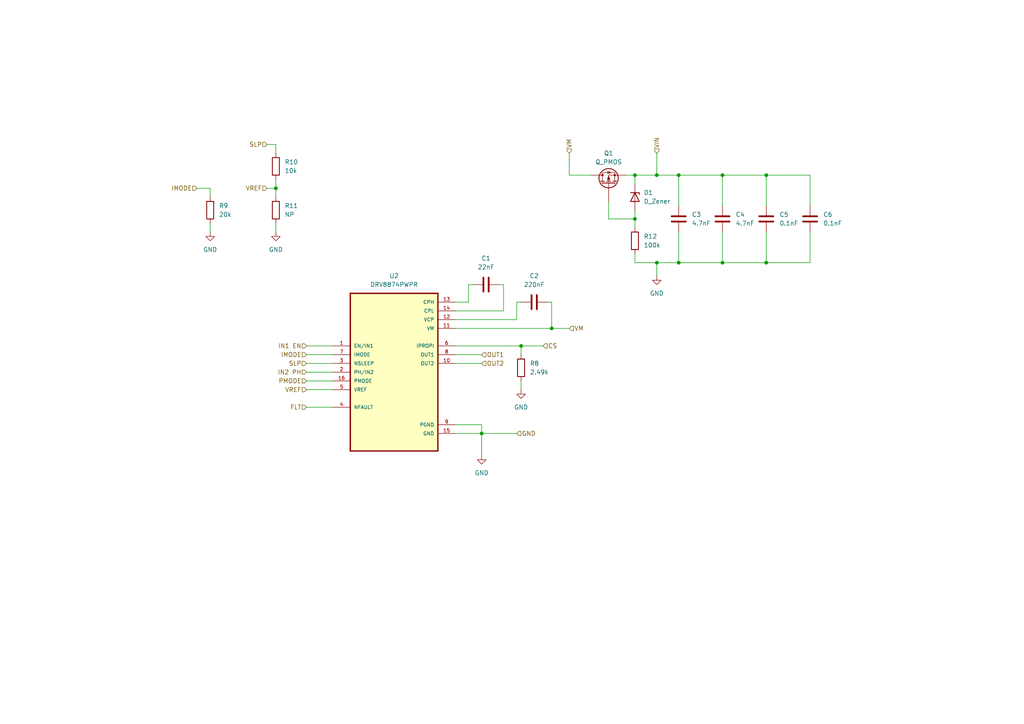
<source format=kicad_sch>
(kicad_sch (version 20250114) (generator "eeschema") (generator_version "9.0")
  (paper "A4")
  (lib_symbols
    (symbol "DRV8874PWPR:DRV8874PWPR" (pin_names (offset 1.016))
      (property "Reference" "U" (at -12.7 23.86 0))
      (property "Value" "DRV8874PWPR" (at -12.7 -26.86 0))
      (symbol "DRV8874PWPR_0_0"
        (rectangle (start -12.7 -22.86) (end 12.7 22.86) (stroke (width 0.41)) (fill (type background)))
        (pin input line (at -17.78 7.62 0) (length 5.08) (name "EN/IN1") (number "1"))
        (pin input line (at -17.78 5.08 0) (length 5.08) (name "IMODE") (number "7"))
        (pin input line (at -17.78 2.54 0) (length 5.08) (name "NSLEEP") (number "3"))
        (pin input line (at -17.78 0 0) (length 5.08) (name "PH/IN2") (number "2"))
        (pin input line (at -17.78 -2.54 0) (length 5.08) (name "PMODE") (number "16"))
        (pin input line (at -17.78 -5.08 0) (length 5.08) (name "VREF") (number "5"))
        (pin bidirectional line (at -17.78 -10.16 0) (length 5.08) (name "NFAULT") (number "4"))
        (pin power_in line (at 17.78 20.32 180) (length 5.08) (name "CPH") (number "13"))
        (pin power_in line (at 17.78 17.78 180) (length 5.08) (name "CPL") (number "14"))
        (pin power_in line (at 17.78 15.24 180) (length 5.08) (name "VCP") (number "12"))
        (pin power_in line (at 17.78 12.7 180) (length 5.08) (name "VM") (number "11"))
        (pin output line (at 17.78 7.62 180) (length 5.08) (name "IPROPI") (number "6"))
        (pin output line (at 17.78 5.08 180) (length 5.08) (name "OUT1") (number "8"))
        (pin output line (at 17.78 2.54 180) (length 5.08) (name "OUT2") (number "10"))
        (pin power_in line (at 17.78 -15.24 180) (length 5.08) (name "PGND") (number "9"))
        (pin power_in line (at 17.78 -17.78 180) (length 5.08) (name "GND") (number "15"))
      )
    )
    (symbol "Device:C" (pin_numbers (hide yes)) (pin_names (offset 0.254))
      (property "Reference" "C" (at 0.635 2.54 0))
      (property "Value" "C" (at 0.635 -2.54 0))
      (symbol "C_0_1"
        (polyline (pts (xy -2.032 0.762) (xy 2.032 0.762)) (stroke (width 0.508)))
        (polyline (pts (xy -2.032 -0.762) (xy 2.032 -0.762)) (stroke (width 0.508)))
      )
      (symbol "C_1_1"
        (pin passive line (at 0 3.81 270) (length 2.794) (name "~") (number "1"))
        (pin passive line (at 0 -3.81 90) (length 2.794) (name "~") (number "2"))
      )
    )
    (symbol "Device:D_Zener" (pin_numbers (hide yes)) (pin_names (offset 1.016) (hide yes))
      (property "Reference" "D" (at 0 2.54 0))
      (property "Value" "D_Zener" (at 0 -2.54 0))
      (symbol "D_Zener_0_1"
        (polyline (pts (xy -1.27 -1.27) (xy -1.27 1.27) (xy -0.762 1.27)) (stroke (width 0.254)))
        (polyline (pts (xy 1.27 0) (xy -1.27 0)))
        (polyline (pts (xy 1.27 -1.27) (xy 1.27 1.27) (xy -1.27 0) (xy 1.27 -1.27)) (stroke (width 0.254)))
      )
      (symbol "D_Zener_1_1"
        (pin passive line (at -3.81 0 0) (length 2.54) (name "K") (number "1"))
        (pin passive line (at 3.81 0 180) (length 2.54) (name "A") (number "2"))
      )
    )
    (symbol "Device:Q_PMOS" (pin_numbers (hide yes)) (pin_names (offset 0) (hide yes))
      (property "Reference" "Q" (at 5.08 1.27 0))
      (property "Value" "Q_PMOS" (at 5.08 -1.27 0))
      (symbol "Q_PMOS_0_1"
        (polyline (pts (xy 0.254 1.905) (xy 0.254 -1.905)) (stroke (width 0.254)))
        (polyline (pts (xy 0.254 0) (xy -2.54 0)))
        (polyline (pts (xy 0.762 2.286) (xy 0.762 1.27)) (stroke (width 0.254)))
        (polyline (pts (xy 0.762 1.778) (xy 3.302 1.778) (xy 3.302 -1.778) (xy 0.762 -1.778)))
        (polyline (pts (xy 0.762 0.508) (xy 0.762 -0.508)) (stroke (width 0.254)))
        (polyline (pts (xy 0.762 -1.27) (xy 0.762 -2.286)) (stroke (width 0.254)))
        (circle (center 1.651 0) (radius 2.794) (stroke (width 0.254)))
        (polyline (pts (xy 2.286 0) (xy 1.27 0.381) (xy 1.27 -0.381) (xy 2.286 0)) (fill (type outline)))
        (polyline (pts (xy 2.54 2.54) (xy 2.54 1.778)))
        (circle (center 2.54 1.778) (radius 0.254) (fill (type outline)))
        (circle (center 2.54 -1.778) (radius 0.254) (fill (type outline)))
        (polyline (pts (xy 2.54 -2.54) (xy 2.54 0) (xy 0.762 0)))
        (polyline (pts (xy 2.921 -0.381) (xy 3.683 -0.381)))
        (polyline (pts (xy 3.302 -0.381) (xy 2.921 0.254) (xy 3.683 0.254) (xy 3.302 -0.381)))
      )
      (symbol "Q_PMOS_1_1"
        (pin input line (at -5.08 0 0) (length 2.54) (name "G") (number "G"))
        (pin passive line (at 2.54 5.08 270) (length 2.54) (name "D") (number "D"))
        (pin passive line (at 2.54 -5.08 90) (length 2.54) (name "S") (number "S"))
      )
    )
    (symbol "Device:R" (pin_numbers (hide yes)) (pin_names (offset 0))
      (property "Reference" "R" (at 2.032 0 90))
      (property "Value" "R" (at 0 0 90))
      (symbol "R_0_1"
        (rectangle (start -1.016 -2.54) (end 1.016 2.54) (stroke (width 0.254)))
      )
      (symbol "R_1_1"
        (pin passive line (at 0 3.81 270) (length 1.27) (name "~") (number "1"))
        (pin passive line (at 0 -3.81 90) (length 1.27) (name "~") (number "2"))
      )
    )
    (symbol "power:GND" (power) (pin_numbers (hide yes)) (pin_names (offset 0) (hide yes))
      (property "Value" "GND" (at 0 -3.81 0))
      (symbol "GND_0_1"
        (polyline (pts (xy 0 0) (xy 0 -1.27) (xy 1.27 -1.27) (xy 0 -2.54) (xy -1.27 -1.27) (xy 0 -1.27)))
      )
      (symbol "GND_1_1"
        (pin power_in line (at 0 0 270) (length 0) (name "~") (number "1"))
      )
    )
  )
  (junction (at 222.25 50.8))
  (junction (at 139.7 125.73))
  (junction (at 184.15 50.8))
  (junction (at 209.55 76.2))
  (junction (at 190.5 50.8))
  (junction (at 160.02 95.25))
  (junction (at 222.25 76.2))
  (junction (at 209.55 50.8))
  (junction (at 196.85 50.8))
  (junction (at 80.01 54.61))
  (junction (at 151.13 100.33))
  (junction (at 190.5 76.2))
  (junction (at 184.15 63.5))
  (junction (at 196.85 76.2))
  (wire (pts (xy 149.86 92.71) (xy 132.08 92.71)))
  (wire (pts (xy 80.01 54.61) (xy 80.01 57.15)))
  (wire (pts (xy 88.9 113.03) (xy 96.52 113.03)))
  (wire (pts (xy 132.08 95.25) (xy 160.02 95.25)))
  (wire (pts (xy 160.02 87.63) (xy 160.02 95.25)))
  (wire (pts (xy 88.9 110.49) (xy 96.52 110.49)))
  (wire (pts (xy 196.85 50.8) (xy 209.55 50.8)))
  (wire (pts (xy 88.9 107.95) (xy 96.52 107.95)))
  (wire (pts (xy 184.15 60.96) (xy 184.15 63.5)))
  (wire (pts (xy 80.01 52.07) (xy 80.01 54.61)))
  (wire (pts (xy 88.9 118.11) (xy 96.52 118.11)))
  (wire (pts (xy 60.96 64.77) (xy 60.96 67.31)))
  (wire (pts (xy 80.01 41.91) (xy 80.01 44.45)))
  (wire (pts (xy 209.55 50.8) (xy 222.25 50.8)))
  (wire (pts (xy 132.08 90.17) (xy 146.05 90.17)))
  (wire (pts (xy 135.89 82.55) (xy 135.89 87.63)))
  (wire (pts (xy 184.15 76.2) (xy 184.15 73.66)))
  (wire (pts (xy 132.08 100.33) (xy 151.13 100.33)))
  (wire (pts (xy 165.1 50.8) (xy 171.45 50.8)))
  (wire (pts (xy 196.85 76.2) (xy 209.55 76.2)))
  (wire (pts (xy 196.85 76.2) (xy 190.5 76.2)))
  (wire (pts (xy 209.55 50.8) (xy 209.55 59.69)))
  (wire (pts (xy 176.53 58.42) (xy 176.53 63.5)))
  (wire (pts (xy 222.25 50.8) (xy 234.95 50.8)))
  (wire (pts (xy 190.5 44.45) (xy 190.5 50.8)))
  (wire (pts (xy 196.85 50.8) (xy 196.85 59.69)))
  (wire (pts (xy 57.15 54.61) (xy 60.96 54.61)))
  (wire (pts (xy 135.89 87.63) (xy 132.08 87.63)))
  (wire (pts (xy 190.5 76.2) (xy 190.5 80.01)))
  (wire (pts (xy 77.47 54.61) (xy 80.01 54.61)))
  (wire (pts (xy 222.25 50.8) (xy 222.25 59.69)))
  (wire (pts (xy 139.7 125.73) (xy 149.86 125.73)))
  (wire (pts (xy 88.9 105.41) (xy 96.52 105.41)))
  (wire (pts (xy 132.08 123.19) (xy 139.7 123.19)))
  (wire (pts (xy 234.95 67.31) (xy 234.95 76.2)))
  (wire (pts (xy 146.05 90.17) (xy 146.05 82.55)))
  (wire (pts (xy 151.13 110.49) (xy 151.13 113.03)))
  (wire (pts (xy 196.85 67.31) (xy 196.85 76.2)))
  (wire (pts (xy 132.08 105.41) (xy 139.7 105.41)))
  (wire (pts (xy 234.95 59.69) (xy 234.95 50.8)))
  (wire (pts (xy 158.75 87.63) (xy 160.02 87.63)))
  (wire (pts (xy 151.13 100.33) (xy 151.13 102.87)))
  (wire (pts (xy 190.5 50.8) (xy 184.15 50.8)))
  (wire (pts (xy 176.53 63.5) (xy 184.15 63.5)))
  (wire (pts (xy 139.7 125.73) (xy 139.7 132.08)))
  (wire (pts (xy 77.47 41.91) (xy 80.01 41.91)))
  (wire (pts (xy 146.05 82.55) (xy 144.78 82.55)))
  (wire (pts (xy 80.01 64.77) (xy 80.01 67.31)))
  (wire (pts (xy 209.55 76.2) (xy 222.25 76.2)))
  (wire (pts (xy 132.08 125.73) (xy 139.7 125.73)))
  (wire (pts (xy 184.15 50.8) (xy 184.15 53.34)))
  (wire (pts (xy 149.86 87.63) (xy 149.86 92.71)))
  (wire (pts (xy 190.5 76.2) (xy 184.15 76.2)))
  (wire (pts (xy 135.89 82.55) (xy 137.16 82.55)))
  (wire (pts (xy 149.86 87.63) (xy 151.13 87.63)))
  (wire (pts (xy 184.15 63.5) (xy 184.15 66.04)))
  (wire (pts (xy 222.25 67.31) (xy 222.25 76.2)))
  (wire (pts (xy 184.15 50.8) (xy 181.61 50.8)))
  (wire (pts (xy 151.13 100.33) (xy 157.48 100.33)))
  (wire (pts (xy 190.5 50.8) (xy 196.85 50.8)))
  (wire (pts (xy 209.55 67.31) (xy 209.55 76.2)))
  (wire (pts (xy 165.1 44.45) (xy 165.1 50.8)))
  (wire (pts (xy 222.25 76.2) (xy 234.95 76.2)))
  (wire (pts (xy 160.02 95.25) (xy 165.1 95.25)))
  (wire (pts (xy 60.96 54.61) (xy 60.96 57.15)))
  (wire (pts (xy 88.9 100.33) (xy 96.52 100.33)))
  (wire (pts (xy 88.9 102.87) (xy 96.52 102.87)))
  (wire (pts (xy 139.7 123.19) (xy 139.7 125.73)))
  (wire (pts (xy 132.08 102.87) (xy 139.7 102.87)))
  (hierarchical_label "OUT1" (shape input) (at 139.7 102.87 0))
  (hierarchical_label "IN1 EN" (shape input) (at 88.9 100.33 180))
  (hierarchical_label "OUT2" (shape input) (at 139.7 105.41 0))
  (hierarchical_label "VREF" (shape input) (at 77.47 54.61 180))
  (hierarchical_label "CS" (shape input) (at 157.48 100.33 0))
  (hierarchical_label "VREF" (shape input) (at 88.9 113.03 180))
  (hierarchical_label "FLT" (shape input) (at 88.9 118.11 180))
  (hierarchical_label "GND" (shape input) (at 149.86 125.73 0))
  (hierarchical_label "VIN" (shape input) (at 190.5 44.45 90))
  (hierarchical_label "PMODE" (shape input) (at 88.9 110.49 180))
  (hierarchical_label "SLP" (shape input) (at 88.9 105.41 180))
  (hierarchical_label "IN2 PH" (shape input) (at 88.9 107.95 180))
  (hierarchical_label "IMODE" (shape input) (at 57.15 54.61 180))
  (hierarchical_label "SLP" (shape input) (at 77.47 41.91 180))
  (hierarchical_label "VM" (shape input) (at 165.1 95.25 0))
  (hierarchical_label "IMODE" (shape input) (at 88.9 102.87 180))
  (hierarchical_label "VM" (shape input) (at 165.1 44.45 90))
  (symbol (lib_id "Device:C") (at 154.94 87.63 90) (unit 1)
    (property "Reference" "C2" (at 154.94 80.01 90))
    (property "Value" "220nF" (at 154.94 82.55 90))
    (property "Description" "Unpolarized capacitor" (effects (hide yes)))
  )
  (symbol (lib_id "power:GND") (at 60.96 67.31 0) (unit 1)
    (property "Reference" "#PWR04" (effects (hide yes)))
    (property "Value" "GND" (at 60.96 72.39 0))
    (property "Description" "Power symbol creates a global label with name \"GND\" , ground" (effects (hide yes)))
  )
  (symbol (lib_id "Device:C") (at 196.85 63.5 180) (unit 1)
    (property "Reference" "C3" (at 200.66 62.2299 0) (effects (justify right)))
    (property "Value" "4.7nF" (at 200.66 64.7699 0) (effects (justify right)))
    (property "Description" "Unpolarized capacitor" (effects (hide yes)))
  )
  (symbol (lib_id "Device:C") (at 234.95 63.5 180) (unit 1)
    (property "Reference" "C6" (at 238.76 62.2299 0) (effects (justify right)))
    (property "Value" "0.1nF" (at 238.76 64.7699 0) (effects (justify right)))
    (property "Description" "Unpolarized capacitor" (effects (hide yes)))
  )
  (symbol (lib_id "Device:D_Zener") (at 184.15 57.15 270) (unit 1)
    (property "Reference" "D1" (at 186.69 55.8799 90) (effects (justify left)))
    (property "Value" "D_Zener" (at 186.69 58.4199 90) (effects (justify left)))
    (property "Description" "Zener diode" (effects (hide yes)))
  )
  (symbol (lib_id "Device:C") (at 140.97 82.55 90) (unit 1)
    (property "Reference" "C1" (at 140.97 74.93 90))
    (property "Value" "22nF" (at 140.97 77.47 90))
    (property "Description" "Unpolarized capacitor" (effects (hide yes)))
  )
  (symbol (lib_id "power:GND") (at 151.13 113.03 0) (unit 1)
    (property "Reference" "#PWR03" (effects (hide yes)))
    (property "Value" "GND" (at 151.13 118.11 0))
    (property "Description" "Power symbol creates a global label with name \"GND\" , ground" (effects (hide yes)))
  )
  (symbol (lib_id "power:GND") (at 80.01 67.31 0) (unit 1)
    (property "Reference" "#PWR05" (effects (hide yes)))
    (property "Value" "GND" (at 80.01 72.39 0))
    (property "Description" "Power symbol creates a global label with name \"GND\" , ground" (effects (hide yes)))
  )
  (symbol (lib_id "Device:R") (at 184.15 69.85 0) (unit 1)
    (property "Reference" "R12" (at 186.69 68.5799 0) (effects (justify left)))
    (property "Value" "100k" (at 186.69 71.1199 0) (effects (justify left)))
    (property "Description" "Resistor" (effects (hide yes)))
  )
  (symbol (lib_id "power:GND") (at 190.5 80.01 0) (unit 1)
    (property "Reference" "#PWR06" (effects (hide yes)))
    (property "Value" "GND" (at 190.5 85.09 0))
    (property "Description" "Power symbol creates a global label with name \"GND\" , ground" (effects (hide yes)))
  )
  (symbol (lib_id "Device:R") (at 60.96 60.96 0) (unit 1)
    (property "Reference" "R9" (at 63.5 59.6899 0) (effects (justify left)))
    (property "Value" "20k" (at 63.5 62.2299 0) (effects (justify left)))
    (property "Description" "Resistor" (effects (hide yes)))
  )
  (symbol (lib_id "Device:R") (at 80.01 48.26 0) (unit 1)
    (property "Reference" "R10" (at 82.55 46.9899 0) (effects (justify left)))
    (property "Value" "10k" (at 82.55 49.5299 0) (effects (justify left)))
    (property "Description" "Resistor" (effects (hide yes)))
  )
  (symbol (lib_id "Device:C") (at 222.25 63.5 180) (unit 1)
    (property "Reference" "C5" (at 226.06 62.2299 0) (effects (justify right)))
    (property "Value" "0.1nF" (at 226.06 64.7699 0) (effects (justify right)))
    (property "Description" "Unpolarized capacitor" (effects (hide yes)))
  )
  (symbol (lib_id "Device:Q_PMOS") (at 176.53 53.34 90) (unit 1)
    (property "Reference" "Q1" (at 176.53 44.45 90))
    (property "Value" "Q_PMOS" (at 176.53 46.99 90))
    (property "Description" "P-MOSFET transistor" (effects (hide yes)))
  )
  (symbol (lib_id "DRV8874PWPR:DRV8874PWPR") (at 114.3 107.95 0) (unit 1)
    (property "Reference" "U2" (at 114.3 80.01 0))
    (property "Value" "DRV8874PWPR" (at 114.3 82.55 0))
    (property "Footprint" "Library:DRV8874PWPR" (effects (hide yes)))
    (property "MF" "Texas Instruments" (effects (hide yes)))
    (property "Description_1" "40-V, 6-A H-bridge motor driver with integrated current sensing feedback" (effects (hide yes)))
    (property "Package" "HTSSOP-16 Texas Instruments" (effects (hide yes)))
    (property "Price" "None" (effects (hide yes)))
    (property "SnapEDA_Link" "https://www.snapeda.com/parts/DRV8874PWPR/Texas+Instruments/view-part/?ref=snap" (effects (hide yes)))
    (property "MP" "DRV8874PWPR" (effects (hide yes)))
    (property "Availability" "In Stock" (effects (hide yes)))
    (property "Check_prices" "https://www.snapeda.com/parts/DRV8874PWPR/Texas+Instruments/view-part/?ref=eda" (effects (hide yes)))
  )
  (symbol (lib_id "Device:R") (at 151.13 106.68 0) (unit 1)
    (property "Reference" "R8" (at 153.67 105.4099 0) (effects (justify left)))
    (property "Value" "2.49k" (at 153.67 107.9499 0) (effects (justify left)))
    (property "Description" "Resistor" (effects (hide yes)))
  )
  (symbol (lib_id "power:GND") (at 139.7 132.08 0) (unit 1)
    (property "Reference" "#PWR02" (effects (hide yes)))
    (property "Value" "GND" (at 139.7 137.16 0))
    (property "Description" "Power symbol creates a global label with name \"GND\" , ground" (effects (hide yes)))
  )
  (symbol (lib_id "Device:R") (at 80.01 60.96 0) (unit 1)
    (property "Reference" "R11" (at 82.55 59.6899 0) (effects (justify left)))
    (property "Value" "NP" (at 82.55 62.2299 0) (effects (justify left)))
    (property "Description" "Resistor" (effects (hide yes)))
  )
  (symbol (lib_id "Device:C") (at 209.55 63.5 180) (unit 1)
    (property "Reference" "C4" (at 213.36 62.2299 0) (effects (justify right)))
    (property "Value" "4.7nF" (at 213.36 64.7699 0) (effects (justify right)))
    (property "Description" "Unpolarized capacitor" (effects (hide yes)))
  )
)
</source>
